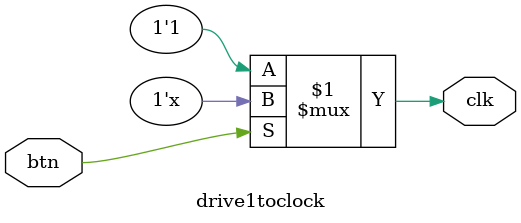
<source format=v>
module drive1toclock(
    input wire btn,
    output wire clk
);
    (* keep *) wire clk;
    assign clk = btn ? 1'bz : 1'b1;

endmodule
</source>
